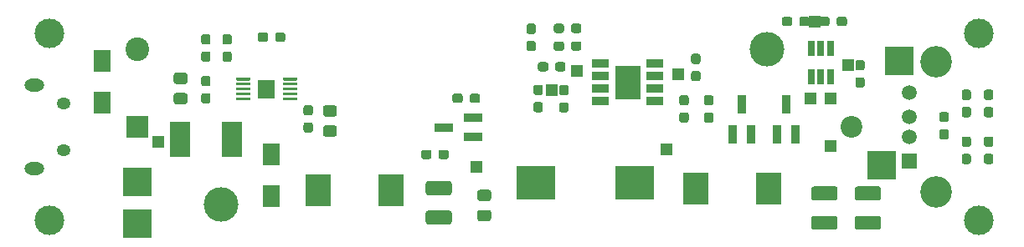
<source format=gbr>
%TF.GenerationSoftware,KiCad,Pcbnew,(5.1.6)-1*%
%TF.CreationDate,2020-08-13T11:00:50+03:00*%
%TF.ProjectId,Rechargeable 5V power bank REV 0.53,52656368-6172-4676-9561-626c65203556,rev?*%
%TF.SameCoordinates,Original*%
%TF.FileFunction,Soldermask,Bot*%
%TF.FilePolarity,Negative*%
%FSLAX46Y46*%
G04 Gerber Fmt 4.6, Leading zero omitted, Abs format (unit mm)*
G04 Created by KiCad (PCBNEW (5.1.6)-1) date 2020-08-13 11:00:50*
%MOMM*%
%LPD*%
G01*
G04 APERTURE LIST*
%ADD10C,2.200000*%
%ADD11R,2.200000X2.200000*%
%ADD12C,3.500000*%
%ADD13C,2.400000*%
%ADD14R,1.730000X1.980000*%
%ADD15C,3.000000*%
%ADD16R,2.620000X3.500000*%
%ADD17R,1.800000X0.850000*%
%ADD18R,0.650000X1.560000*%
%ADD19R,1.250000X1.250000*%
%ADD20R,1.900000X0.900000*%
%ADD21R,0.900000X1.900000*%
%ADD22R,4.000000X3.500000*%
%ADD23R,3.000000X3.000000*%
%ADD24C,3.200000*%
%ADD25C,1.500000*%
%ADD26R,1.500000X1.500000*%
%ADD27O,2.000000X1.300000*%
%ADD28O,1.400000X1.200000*%
%ADD29R,2.000000X3.600000*%
%ADD30R,1.700000X2.300000*%
%ADD31R,2.540000X3.300000*%
G04 APERTURE END LIST*
%TO.C,C13*%
G36*
G01*
X100949999Y-70300000D02*
X101850001Y-70300000D01*
G75*
G02*
X102100000Y-70549999I0J-249999D01*
G01*
X102100000Y-71200001D01*
G75*
G02*
X101850001Y-71450000I-249999J0D01*
G01*
X100949999Y-71450000D01*
G75*
G02*
X100700000Y-71200001I0J249999D01*
G01*
X100700000Y-70549999D01*
G75*
G02*
X100949999Y-70300000I249999J0D01*
G01*
G37*
G36*
G01*
X100949999Y-72350000D02*
X101850001Y-72350000D01*
G75*
G02*
X102100000Y-72599999I0J-249999D01*
G01*
X102100000Y-73250001D01*
G75*
G02*
X101850001Y-73500000I-249999J0D01*
G01*
X100949999Y-73500000D01*
G75*
G02*
X100700000Y-73250001I0J249999D01*
G01*
X100700000Y-72599999D01*
G75*
G02*
X100949999Y-72350000I249999J0D01*
G01*
G37*
%TD*%
%TO.C,C11*%
G36*
G01*
X86750001Y-70200000D02*
X85849999Y-70200000D01*
G75*
G02*
X85600000Y-69950001I0J249999D01*
G01*
X85600000Y-69299999D01*
G75*
G02*
X85849999Y-69050000I249999J0D01*
G01*
X86750001Y-69050000D01*
G75*
G02*
X87000000Y-69299999I0J-249999D01*
G01*
X87000000Y-69950001D01*
G75*
G02*
X86750001Y-70200000I-249999J0D01*
G01*
G37*
G36*
G01*
X86750001Y-68150000D02*
X85849999Y-68150000D01*
G75*
G02*
X85600000Y-67900001I0J249999D01*
G01*
X85600000Y-67249999D01*
G75*
G02*
X85849999Y-67000000I249999J0D01*
G01*
X86750001Y-67000000D01*
G75*
G02*
X87000000Y-67249999I0J-249999D01*
G01*
X87000000Y-67900001D01*
G75*
G02*
X86750001Y-68150000I-249999J0D01*
G01*
G37*
%TD*%
D10*
%TO.C,BAT1*%
X154110000Y-72500000D03*
D11*
X81890000Y-72500000D03*
D12*
X90400000Y-80370000D03*
X145600000Y-64630000D03*
D13*
X81890000Y-64630000D03*
%TD*%
%TO.C,U1*%
G36*
G01*
X91900000Y-69725000D02*
X91900000Y-69575000D01*
G75*
G02*
X91975000Y-69500000I75000J0D01*
G01*
X93300000Y-69500000D01*
G75*
G02*
X93375000Y-69575000I0J-75000D01*
G01*
X93375000Y-69725000D01*
G75*
G02*
X93300000Y-69800000I-75000J0D01*
G01*
X91975000Y-69800000D01*
G75*
G02*
X91900000Y-69725000I0J75000D01*
G01*
G37*
G36*
G01*
X91900000Y-69225000D02*
X91900000Y-69075000D01*
G75*
G02*
X91975000Y-69000000I75000J0D01*
G01*
X93300000Y-69000000D01*
G75*
G02*
X93375000Y-69075000I0J-75000D01*
G01*
X93375000Y-69225000D01*
G75*
G02*
X93300000Y-69300000I-75000J0D01*
G01*
X91975000Y-69300000D01*
G75*
G02*
X91900000Y-69225000I0J75000D01*
G01*
G37*
G36*
G01*
X91900000Y-68725000D02*
X91900000Y-68575000D01*
G75*
G02*
X91975000Y-68500000I75000J0D01*
G01*
X93300000Y-68500000D01*
G75*
G02*
X93375000Y-68575000I0J-75000D01*
G01*
X93375000Y-68725000D01*
G75*
G02*
X93300000Y-68800000I-75000J0D01*
G01*
X91975000Y-68800000D01*
G75*
G02*
X91900000Y-68725000I0J75000D01*
G01*
G37*
G36*
G01*
X91900000Y-68225000D02*
X91900000Y-68075000D01*
G75*
G02*
X91975000Y-68000000I75000J0D01*
G01*
X93300000Y-68000000D01*
G75*
G02*
X93375000Y-68075000I0J-75000D01*
G01*
X93375000Y-68225000D01*
G75*
G02*
X93300000Y-68300000I-75000J0D01*
G01*
X91975000Y-68300000D01*
G75*
G02*
X91900000Y-68225000I0J75000D01*
G01*
G37*
G36*
G01*
X91900000Y-67725000D02*
X91900000Y-67575000D01*
G75*
G02*
X91975000Y-67500000I75000J0D01*
G01*
X93300000Y-67500000D01*
G75*
G02*
X93375000Y-67575000I0J-75000D01*
G01*
X93375000Y-67725000D01*
G75*
G02*
X93300000Y-67800000I-75000J0D01*
G01*
X91975000Y-67800000D01*
G75*
G02*
X91900000Y-67725000I0J75000D01*
G01*
G37*
G36*
G01*
X96625000Y-67725000D02*
X96625000Y-67575000D01*
G75*
G02*
X96700000Y-67500000I75000J0D01*
G01*
X98025000Y-67500000D01*
G75*
G02*
X98100000Y-67575000I0J-75000D01*
G01*
X98100000Y-67725000D01*
G75*
G02*
X98025000Y-67800000I-75000J0D01*
G01*
X96700000Y-67800000D01*
G75*
G02*
X96625000Y-67725000I0J75000D01*
G01*
G37*
G36*
G01*
X96625000Y-68225000D02*
X96625000Y-68075000D01*
G75*
G02*
X96700000Y-68000000I75000J0D01*
G01*
X98025000Y-68000000D01*
G75*
G02*
X98100000Y-68075000I0J-75000D01*
G01*
X98100000Y-68225000D01*
G75*
G02*
X98025000Y-68300000I-75000J0D01*
G01*
X96700000Y-68300000D01*
G75*
G02*
X96625000Y-68225000I0J75000D01*
G01*
G37*
G36*
G01*
X96625000Y-68725000D02*
X96625000Y-68575000D01*
G75*
G02*
X96700000Y-68500000I75000J0D01*
G01*
X98025000Y-68500000D01*
G75*
G02*
X98100000Y-68575000I0J-75000D01*
G01*
X98100000Y-68725000D01*
G75*
G02*
X98025000Y-68800000I-75000J0D01*
G01*
X96700000Y-68800000D01*
G75*
G02*
X96625000Y-68725000I0J75000D01*
G01*
G37*
G36*
G01*
X96625000Y-69225000D02*
X96625000Y-69075000D01*
G75*
G02*
X96700000Y-69000000I75000J0D01*
G01*
X98025000Y-69000000D01*
G75*
G02*
X98100000Y-69075000I0J-75000D01*
G01*
X98100000Y-69225000D01*
G75*
G02*
X98025000Y-69300000I-75000J0D01*
G01*
X96700000Y-69300000D01*
G75*
G02*
X96625000Y-69225000I0J75000D01*
G01*
G37*
G36*
G01*
X96625000Y-69725000D02*
X96625000Y-69575000D01*
G75*
G02*
X96700000Y-69500000I75000J0D01*
G01*
X98025000Y-69500000D01*
G75*
G02*
X98100000Y-69575000I0J-75000D01*
G01*
X98100000Y-69725000D01*
G75*
G02*
X98025000Y-69800000I-75000J0D01*
G01*
X96700000Y-69800000D01*
G75*
G02*
X96625000Y-69725000I0J75000D01*
G01*
G37*
D14*
X95000000Y-68650000D03*
%TD*%
%TO.C,C12*%
G36*
G01*
X154725000Y-81512500D02*
X156875000Y-81512500D01*
G75*
G02*
X157125000Y-81762500I0J-250000D01*
G01*
X157125000Y-82687500D01*
G75*
G02*
X156875000Y-82937500I-250000J0D01*
G01*
X154725000Y-82937500D01*
G75*
G02*
X154475000Y-82687500I0J250000D01*
G01*
X154475000Y-81762500D01*
G75*
G02*
X154725000Y-81512500I250000J0D01*
G01*
G37*
G36*
G01*
X154725000Y-78537500D02*
X156875000Y-78537500D01*
G75*
G02*
X157125000Y-78787500I0J-250000D01*
G01*
X157125000Y-79712500D01*
G75*
G02*
X156875000Y-79962500I-250000J0D01*
G01*
X154725000Y-79962500D01*
G75*
G02*
X154475000Y-79712500I0J250000D01*
G01*
X154475000Y-78787500D01*
G75*
G02*
X154725000Y-78537500I250000J0D01*
G01*
G37*
%TD*%
D15*
%TO.C,MH4*%
X167000000Y-82000000D03*
%TD*%
%TO.C,MH3*%
X167000000Y-63000000D03*
%TD*%
%TO.C,MH2*%
X73000000Y-82000000D03*
%TD*%
%TO.C,MH1*%
X73000000Y-63000000D03*
%TD*%
D16*
%TO.C,U3*%
X131500000Y-68000000D03*
D17*
X134250000Y-69905000D03*
X134250000Y-68635000D03*
X134250000Y-67365000D03*
X134250000Y-66095000D03*
X128750000Y-66095000D03*
X128750000Y-67365000D03*
X128750000Y-68635000D03*
X128750000Y-69905000D03*
%TD*%
D18*
%TO.C,U2*%
X152000000Y-67400000D03*
X151050000Y-67400000D03*
X150100000Y-67400000D03*
X150100000Y-64500000D03*
X152000000Y-64500000D03*
X151050000Y-64500000D03*
%TD*%
D19*
%TO.C,TP11*%
X152000000Y-74400000D03*
%TD*%
%TO.C,TP10*%
X84000000Y-74000000D03*
%TD*%
%TO.C,TP9*%
X153800000Y-66200000D03*
%TD*%
%TO.C,TP8*%
X150000000Y-69600000D03*
%TD*%
%TO.C,TP7*%
X152000000Y-69600000D03*
%TD*%
%TO.C,TP6*%
X150400000Y-61800000D03*
%TD*%
%TO.C,TP5*%
X135400000Y-74800000D03*
%TD*%
%TO.C,TP4*%
X136600000Y-67200000D03*
%TD*%
%TO.C,TP3*%
X116200000Y-76600000D03*
%TD*%
%TO.C,TP2*%
X126400000Y-66800000D03*
%TD*%
%TO.C,TP1*%
X123800000Y-68800000D03*
%TD*%
%TO.C,R19*%
G36*
G01*
X163262500Y-72725000D02*
X163737500Y-72725000D01*
G75*
G02*
X163975000Y-72962500I0J-237500D01*
G01*
X163975000Y-73537500D01*
G75*
G02*
X163737500Y-73775000I-237500J0D01*
G01*
X163262500Y-73775000D01*
G75*
G02*
X163025000Y-73537500I0J237500D01*
G01*
X163025000Y-72962500D01*
G75*
G02*
X163262500Y-72725000I237500J0D01*
G01*
G37*
G36*
G01*
X163262500Y-70975000D02*
X163737500Y-70975000D01*
G75*
G02*
X163975000Y-71212500I0J-237500D01*
G01*
X163975000Y-71787500D01*
G75*
G02*
X163737500Y-72025000I-237500J0D01*
G01*
X163262500Y-72025000D01*
G75*
G02*
X163025000Y-71787500I0J237500D01*
G01*
X163025000Y-71212500D01*
G75*
G02*
X163262500Y-70975000I237500J0D01*
G01*
G37*
%TD*%
%TO.C,R18*%
G36*
G01*
X168237500Y-74525000D02*
X167762500Y-74525000D01*
G75*
G02*
X167525000Y-74287500I0J237500D01*
G01*
X167525000Y-73712500D01*
G75*
G02*
X167762500Y-73475000I237500J0D01*
G01*
X168237500Y-73475000D01*
G75*
G02*
X168475000Y-73712500I0J-237500D01*
G01*
X168475000Y-74287500D01*
G75*
G02*
X168237500Y-74525000I-237500J0D01*
G01*
G37*
G36*
G01*
X168237500Y-76275000D02*
X167762500Y-76275000D01*
G75*
G02*
X167525000Y-76037500I0J237500D01*
G01*
X167525000Y-75462500D01*
G75*
G02*
X167762500Y-75225000I237500J0D01*
G01*
X168237500Y-75225000D01*
G75*
G02*
X168475000Y-75462500I0J-237500D01*
G01*
X168475000Y-76037500D01*
G75*
G02*
X168237500Y-76275000I-237500J0D01*
G01*
G37*
%TD*%
%TO.C,R17*%
G36*
G01*
X167762500Y-70475000D02*
X168237500Y-70475000D01*
G75*
G02*
X168475000Y-70712500I0J-237500D01*
G01*
X168475000Y-71287500D01*
G75*
G02*
X168237500Y-71525000I-237500J0D01*
G01*
X167762500Y-71525000D01*
G75*
G02*
X167525000Y-71287500I0J237500D01*
G01*
X167525000Y-70712500D01*
G75*
G02*
X167762500Y-70475000I237500J0D01*
G01*
G37*
G36*
G01*
X167762500Y-68725000D02*
X168237500Y-68725000D01*
G75*
G02*
X168475000Y-68962500I0J-237500D01*
G01*
X168475000Y-69537500D01*
G75*
G02*
X168237500Y-69775000I-237500J0D01*
G01*
X167762500Y-69775000D01*
G75*
G02*
X167525000Y-69537500I0J237500D01*
G01*
X167525000Y-68962500D01*
G75*
G02*
X167762500Y-68725000I237500J0D01*
G01*
G37*
%TD*%
%TO.C,R16*%
G36*
G01*
X165512500Y-75225000D02*
X165987500Y-75225000D01*
G75*
G02*
X166225000Y-75462500I0J-237500D01*
G01*
X166225000Y-76037500D01*
G75*
G02*
X165987500Y-76275000I-237500J0D01*
G01*
X165512500Y-76275000D01*
G75*
G02*
X165275000Y-76037500I0J237500D01*
G01*
X165275000Y-75462500D01*
G75*
G02*
X165512500Y-75225000I237500J0D01*
G01*
G37*
G36*
G01*
X165512500Y-73475000D02*
X165987500Y-73475000D01*
G75*
G02*
X166225000Y-73712500I0J-237500D01*
G01*
X166225000Y-74287500D01*
G75*
G02*
X165987500Y-74525000I-237500J0D01*
G01*
X165512500Y-74525000D01*
G75*
G02*
X165275000Y-74287500I0J237500D01*
G01*
X165275000Y-73712500D01*
G75*
G02*
X165512500Y-73475000I237500J0D01*
G01*
G37*
%TD*%
%TO.C,R15*%
G36*
G01*
X165987500Y-69775000D02*
X165512500Y-69775000D01*
G75*
G02*
X165275000Y-69537500I0J237500D01*
G01*
X165275000Y-68962500D01*
G75*
G02*
X165512500Y-68725000I237500J0D01*
G01*
X165987500Y-68725000D01*
G75*
G02*
X166225000Y-68962500I0J-237500D01*
G01*
X166225000Y-69537500D01*
G75*
G02*
X165987500Y-69775000I-237500J0D01*
G01*
G37*
G36*
G01*
X165987500Y-71525000D02*
X165512500Y-71525000D01*
G75*
G02*
X165275000Y-71287500I0J237500D01*
G01*
X165275000Y-70712500D01*
G75*
G02*
X165512500Y-70475000I237500J0D01*
G01*
X165987500Y-70475000D01*
G75*
G02*
X166225000Y-70712500I0J-237500D01*
G01*
X166225000Y-71287500D01*
G75*
G02*
X165987500Y-71525000I-237500J0D01*
G01*
G37*
%TD*%
%TO.C,R14*%
G36*
G01*
X138162500Y-66825000D02*
X138637500Y-66825000D01*
G75*
G02*
X138875000Y-67062500I0J-237500D01*
G01*
X138875000Y-67637500D01*
G75*
G02*
X138637500Y-67875000I-237500J0D01*
G01*
X138162500Y-67875000D01*
G75*
G02*
X137925000Y-67637500I0J237500D01*
G01*
X137925000Y-67062500D01*
G75*
G02*
X138162500Y-66825000I237500J0D01*
G01*
G37*
G36*
G01*
X138162500Y-65075000D02*
X138637500Y-65075000D01*
G75*
G02*
X138875000Y-65312500I0J-237500D01*
G01*
X138875000Y-65887500D01*
G75*
G02*
X138637500Y-66125000I-237500J0D01*
G01*
X138162500Y-66125000D01*
G75*
G02*
X137925000Y-65887500I0J237500D01*
G01*
X137925000Y-65312500D01*
G75*
G02*
X138162500Y-65075000I237500J0D01*
G01*
G37*
%TD*%
%TO.C,R13*%
G36*
G01*
X125075000Y-62262500D02*
X125075000Y-62737500D01*
G75*
G02*
X124837500Y-62975000I-237500J0D01*
G01*
X124262500Y-62975000D01*
G75*
G02*
X124025000Y-62737500I0J237500D01*
G01*
X124025000Y-62262500D01*
G75*
G02*
X124262500Y-62025000I237500J0D01*
G01*
X124837500Y-62025000D01*
G75*
G02*
X125075000Y-62262500I0J-237500D01*
G01*
G37*
G36*
G01*
X126825000Y-62262500D02*
X126825000Y-62737500D01*
G75*
G02*
X126587500Y-62975000I-237500J0D01*
G01*
X126012500Y-62975000D01*
G75*
G02*
X125775000Y-62737500I0J237500D01*
G01*
X125775000Y-62262500D01*
G75*
G02*
X126012500Y-62025000I237500J0D01*
G01*
X126587500Y-62025000D01*
G75*
G02*
X126825000Y-62262500I0J-237500D01*
G01*
G37*
%TD*%
%TO.C,R12*%
G36*
G01*
X139937500Y-70325000D02*
X139462500Y-70325000D01*
G75*
G02*
X139225000Y-70087500I0J237500D01*
G01*
X139225000Y-69512500D01*
G75*
G02*
X139462500Y-69275000I237500J0D01*
G01*
X139937500Y-69275000D01*
G75*
G02*
X140175000Y-69512500I0J-237500D01*
G01*
X140175000Y-70087500D01*
G75*
G02*
X139937500Y-70325000I-237500J0D01*
G01*
G37*
G36*
G01*
X139937500Y-72075000D02*
X139462500Y-72075000D01*
G75*
G02*
X139225000Y-71837500I0J237500D01*
G01*
X139225000Y-71262500D01*
G75*
G02*
X139462500Y-71025000I237500J0D01*
G01*
X139937500Y-71025000D01*
G75*
G02*
X140175000Y-71262500I0J-237500D01*
G01*
X140175000Y-71837500D01*
G75*
G02*
X139937500Y-72075000I-237500J0D01*
G01*
G37*
%TD*%
%TO.C,R11*%
G36*
G01*
X124175000Y-66637500D02*
X124175000Y-66162500D01*
G75*
G02*
X124412500Y-65925000I237500J0D01*
G01*
X124987500Y-65925000D01*
G75*
G02*
X125225000Y-66162500I0J-237500D01*
G01*
X125225000Y-66637500D01*
G75*
G02*
X124987500Y-66875000I-237500J0D01*
G01*
X124412500Y-66875000D01*
G75*
G02*
X124175000Y-66637500I0J237500D01*
G01*
G37*
G36*
G01*
X122425000Y-66637500D02*
X122425000Y-66162500D01*
G75*
G02*
X122662500Y-65925000I237500J0D01*
G01*
X123237500Y-65925000D01*
G75*
G02*
X123475000Y-66162500I0J-237500D01*
G01*
X123475000Y-66637500D01*
G75*
G02*
X123237500Y-66875000I-237500J0D01*
G01*
X122662500Y-66875000D01*
G75*
G02*
X122425000Y-66637500I0J237500D01*
G01*
G37*
%TD*%
%TO.C,R10*%
G36*
G01*
X115525000Y-69837500D02*
X115525000Y-69362500D01*
G75*
G02*
X115762500Y-69125000I237500J0D01*
G01*
X116337500Y-69125000D01*
G75*
G02*
X116575000Y-69362500I0J-237500D01*
G01*
X116575000Y-69837500D01*
G75*
G02*
X116337500Y-70075000I-237500J0D01*
G01*
X115762500Y-70075000D01*
G75*
G02*
X115525000Y-69837500I0J237500D01*
G01*
G37*
G36*
G01*
X113775000Y-69837500D02*
X113775000Y-69362500D01*
G75*
G02*
X114012500Y-69125000I237500J0D01*
G01*
X114587500Y-69125000D01*
G75*
G02*
X114825000Y-69362500I0J-237500D01*
G01*
X114825000Y-69837500D01*
G75*
G02*
X114587500Y-70075000I-237500J0D01*
G01*
X114012500Y-70075000D01*
G75*
G02*
X113775000Y-69837500I0J237500D01*
G01*
G37*
%TD*%
%TO.C,R9*%
G36*
G01*
X111675000Y-75062500D02*
X111675000Y-75537500D01*
G75*
G02*
X111437500Y-75775000I-237500J0D01*
G01*
X110862500Y-75775000D01*
G75*
G02*
X110625000Y-75537500I0J237500D01*
G01*
X110625000Y-75062500D01*
G75*
G02*
X110862500Y-74825000I237500J0D01*
G01*
X111437500Y-74825000D01*
G75*
G02*
X111675000Y-75062500I0J-237500D01*
G01*
G37*
G36*
G01*
X113425000Y-75062500D02*
X113425000Y-75537500D01*
G75*
G02*
X113187500Y-75775000I-237500J0D01*
G01*
X112612500Y-75775000D01*
G75*
G02*
X112375000Y-75537500I0J237500D01*
G01*
X112375000Y-75062500D01*
G75*
G02*
X112612500Y-74825000I237500J0D01*
G01*
X113187500Y-74825000D01*
G75*
G02*
X113425000Y-75062500I0J-237500D01*
G01*
G37*
%TD*%
%TO.C,R8*%
G36*
G01*
X122687500Y-69275000D02*
X122212500Y-69275000D01*
G75*
G02*
X121975000Y-69037500I0J237500D01*
G01*
X121975000Y-68462500D01*
G75*
G02*
X122212500Y-68225000I237500J0D01*
G01*
X122687500Y-68225000D01*
G75*
G02*
X122925000Y-68462500I0J-237500D01*
G01*
X122925000Y-69037500D01*
G75*
G02*
X122687500Y-69275000I-237500J0D01*
G01*
G37*
G36*
G01*
X122687500Y-71025000D02*
X122212500Y-71025000D01*
G75*
G02*
X121975000Y-70787500I0J237500D01*
G01*
X121975000Y-70212500D01*
G75*
G02*
X122212500Y-69975000I237500J0D01*
G01*
X122687500Y-69975000D01*
G75*
G02*
X122925000Y-70212500I0J-237500D01*
G01*
X122925000Y-70787500D01*
G75*
G02*
X122687500Y-71025000I-237500J0D01*
G01*
G37*
%TD*%
%TO.C,R7*%
G36*
G01*
X154762500Y-67475000D02*
X155237500Y-67475000D01*
G75*
G02*
X155475000Y-67712500I0J-237500D01*
G01*
X155475000Y-68287500D01*
G75*
G02*
X155237500Y-68525000I-237500J0D01*
G01*
X154762500Y-68525000D01*
G75*
G02*
X154525000Y-68287500I0J237500D01*
G01*
X154525000Y-67712500D01*
G75*
G02*
X154762500Y-67475000I237500J0D01*
G01*
G37*
G36*
G01*
X154762500Y-65725000D02*
X155237500Y-65725000D01*
G75*
G02*
X155475000Y-65962500I0J-237500D01*
G01*
X155475000Y-66537500D01*
G75*
G02*
X155237500Y-66775000I-237500J0D01*
G01*
X154762500Y-66775000D01*
G75*
G02*
X154525000Y-66537500I0J237500D01*
G01*
X154525000Y-65962500D01*
G75*
G02*
X154762500Y-65725000I237500J0D01*
G01*
G37*
%TD*%
%TO.C,R6*%
G36*
G01*
X148150000Y-61562500D02*
X148150000Y-62037500D01*
G75*
G02*
X147912500Y-62275000I-237500J0D01*
G01*
X147337500Y-62275000D01*
G75*
G02*
X147100000Y-62037500I0J237500D01*
G01*
X147100000Y-61562500D01*
G75*
G02*
X147337500Y-61325000I237500J0D01*
G01*
X147912500Y-61325000D01*
G75*
G02*
X148150000Y-61562500I0J-237500D01*
G01*
G37*
G36*
G01*
X149900000Y-61562500D02*
X149900000Y-62037500D01*
G75*
G02*
X149662500Y-62275000I-237500J0D01*
G01*
X149087500Y-62275000D01*
G75*
G02*
X148850000Y-62037500I0J237500D01*
G01*
X148850000Y-61562500D01*
G75*
G02*
X149087500Y-61325000I237500J0D01*
G01*
X149662500Y-61325000D01*
G75*
G02*
X149900000Y-61562500I0J-237500D01*
G01*
G37*
%TD*%
%TO.C,R5*%
G36*
G01*
X89087500Y-64150000D02*
X88612500Y-64150000D01*
G75*
G02*
X88375000Y-63912500I0J237500D01*
G01*
X88375000Y-63337500D01*
G75*
G02*
X88612500Y-63100000I237500J0D01*
G01*
X89087500Y-63100000D01*
G75*
G02*
X89325000Y-63337500I0J-237500D01*
G01*
X89325000Y-63912500D01*
G75*
G02*
X89087500Y-64150000I-237500J0D01*
G01*
G37*
G36*
G01*
X89087500Y-65900000D02*
X88612500Y-65900000D01*
G75*
G02*
X88375000Y-65662500I0J237500D01*
G01*
X88375000Y-65087500D01*
G75*
G02*
X88612500Y-64850000I237500J0D01*
G01*
X89087500Y-64850000D01*
G75*
G02*
X89325000Y-65087500I0J-237500D01*
G01*
X89325000Y-65662500D01*
G75*
G02*
X89087500Y-65900000I-237500J0D01*
G01*
G37*
%TD*%
%TO.C,R4*%
G36*
G01*
X95850000Y-63637500D02*
X95850000Y-63162500D01*
G75*
G02*
X96087500Y-62925000I237500J0D01*
G01*
X96662500Y-62925000D01*
G75*
G02*
X96900000Y-63162500I0J-237500D01*
G01*
X96900000Y-63637500D01*
G75*
G02*
X96662500Y-63875000I-237500J0D01*
G01*
X96087500Y-63875000D01*
G75*
G02*
X95850000Y-63637500I0J237500D01*
G01*
G37*
G36*
G01*
X94100000Y-63637500D02*
X94100000Y-63162500D01*
G75*
G02*
X94337500Y-62925000I237500J0D01*
G01*
X94912500Y-62925000D01*
G75*
G02*
X95150000Y-63162500I0J-237500D01*
G01*
X95150000Y-63637500D01*
G75*
G02*
X94912500Y-63875000I-237500J0D01*
G01*
X94337500Y-63875000D01*
G75*
G02*
X94100000Y-63637500I0J237500D01*
G01*
G37*
%TD*%
%TO.C,R3*%
G36*
G01*
X91237500Y-64150000D02*
X90762500Y-64150000D01*
G75*
G02*
X90525000Y-63912500I0J237500D01*
G01*
X90525000Y-63337500D01*
G75*
G02*
X90762500Y-63100000I237500J0D01*
G01*
X91237500Y-63100000D01*
G75*
G02*
X91475000Y-63337500I0J-237500D01*
G01*
X91475000Y-63912500D01*
G75*
G02*
X91237500Y-64150000I-237500J0D01*
G01*
G37*
G36*
G01*
X91237500Y-65900000D02*
X90762500Y-65900000D01*
G75*
G02*
X90525000Y-65662500I0J237500D01*
G01*
X90525000Y-65087500D01*
G75*
G02*
X90762500Y-64850000I237500J0D01*
G01*
X91237500Y-64850000D01*
G75*
G02*
X91475000Y-65087500I0J-237500D01*
G01*
X91475000Y-65662500D01*
G75*
G02*
X91237500Y-65900000I-237500J0D01*
G01*
G37*
%TD*%
D20*
%TO.C,Q3*%
X115900000Y-71600000D03*
X115900000Y-73500000D03*
X112900000Y-72550000D03*
%TD*%
D21*
%TO.C,Q2*%
X144000000Y-73250000D03*
X142100000Y-73250000D03*
X143050000Y-70250000D03*
%TD*%
%TO.C,Q1*%
X148500000Y-73250000D03*
X146600000Y-73250000D03*
X147550000Y-70250000D03*
%TD*%
D22*
%TO.C,L1*%
X132200000Y-78200000D03*
X122200000Y-78200000D03*
%TD*%
D23*
%TO.C,J6*%
X159000000Y-65800000D03*
%TD*%
%TO.C,J5*%
X81900000Y-82300000D03*
%TD*%
%TO.C,J4*%
X157200000Y-76400000D03*
%TD*%
%TO.C,J3*%
X81900000Y-78100000D03*
%TD*%
D24*
%TO.C,J2*%
X162710000Y-65930000D03*
X162710000Y-79070000D03*
D25*
X160000000Y-69000000D03*
X160000000Y-71500000D03*
X160000000Y-73500000D03*
D26*
X160000000Y-76000000D03*
%TD*%
D27*
%TO.C,J1*%
X71500000Y-68300000D03*
X71500000Y-76700000D03*
D28*
X74500000Y-74850000D03*
X74500000Y-70150000D03*
%TD*%
D29*
%TO.C,F1*%
X86250000Y-73800000D03*
X91500000Y-73800000D03*
%TD*%
D30*
%TO.C,D4*%
X78400000Y-65800000D03*
X78400000Y-70000000D03*
%TD*%
D31*
%TO.C,D3*%
X138400000Y-78800000D03*
X145800000Y-78800000D03*
%TD*%
%TO.C,D2*%
X100200000Y-78900000D03*
X107600000Y-78900000D03*
%TD*%
D30*
%TO.C,D1*%
X95500000Y-79500000D03*
X95500000Y-75300000D03*
%TD*%
%TO.C,C10*%
G36*
G01*
X121512500Y-63775000D02*
X121987500Y-63775000D01*
G75*
G02*
X122225000Y-64012500I0J-237500D01*
G01*
X122225000Y-64587500D01*
G75*
G02*
X121987500Y-64825000I-237500J0D01*
G01*
X121512500Y-64825000D01*
G75*
G02*
X121275000Y-64587500I0J237500D01*
G01*
X121275000Y-64012500D01*
G75*
G02*
X121512500Y-63775000I237500J0D01*
G01*
G37*
G36*
G01*
X121512500Y-62025000D02*
X121987500Y-62025000D01*
G75*
G02*
X122225000Y-62262500I0J-237500D01*
G01*
X122225000Y-62837500D01*
G75*
G02*
X121987500Y-63075000I-237500J0D01*
G01*
X121512500Y-63075000D01*
G75*
G02*
X121275000Y-62837500I0J237500D01*
G01*
X121275000Y-62262500D01*
G75*
G02*
X121512500Y-62025000I237500J0D01*
G01*
G37*
%TD*%
%TO.C,C9*%
G36*
G01*
X136962500Y-71025000D02*
X137437500Y-71025000D01*
G75*
G02*
X137675000Y-71262500I0J-237500D01*
G01*
X137675000Y-71837500D01*
G75*
G02*
X137437500Y-72075000I-237500J0D01*
G01*
X136962500Y-72075000D01*
G75*
G02*
X136725000Y-71837500I0J237500D01*
G01*
X136725000Y-71262500D01*
G75*
G02*
X136962500Y-71025000I237500J0D01*
G01*
G37*
G36*
G01*
X136962500Y-69275000D02*
X137437500Y-69275000D01*
G75*
G02*
X137675000Y-69512500I0J-237500D01*
G01*
X137675000Y-70087500D01*
G75*
G02*
X137437500Y-70325000I-237500J0D01*
G01*
X136962500Y-70325000D01*
G75*
G02*
X136725000Y-70087500I0J237500D01*
G01*
X136725000Y-69512500D01*
G75*
G02*
X136962500Y-69275000I237500J0D01*
G01*
G37*
%TD*%
%TO.C,C8*%
G36*
G01*
X125075000Y-64062500D02*
X125075000Y-64537500D01*
G75*
G02*
X124837500Y-64775000I-237500J0D01*
G01*
X124262500Y-64775000D01*
G75*
G02*
X124025000Y-64537500I0J237500D01*
G01*
X124025000Y-64062500D01*
G75*
G02*
X124262500Y-63825000I237500J0D01*
G01*
X124837500Y-63825000D01*
G75*
G02*
X125075000Y-64062500I0J-237500D01*
G01*
G37*
G36*
G01*
X126825000Y-64062500D02*
X126825000Y-64537500D01*
G75*
G02*
X126587500Y-64775000I-237500J0D01*
G01*
X126012500Y-64775000D01*
G75*
G02*
X125775000Y-64537500I0J237500D01*
G01*
X125775000Y-64062500D01*
G75*
G02*
X126012500Y-63825000I237500J0D01*
G01*
X126587500Y-63825000D01*
G75*
G02*
X126825000Y-64062500I0J-237500D01*
G01*
G37*
%TD*%
%TO.C,C7*%
G36*
G01*
X150325000Y-81512500D02*
X152475000Y-81512500D01*
G75*
G02*
X152725000Y-81762500I0J-250000D01*
G01*
X152725000Y-82687500D01*
G75*
G02*
X152475000Y-82937500I-250000J0D01*
G01*
X150325000Y-82937500D01*
G75*
G02*
X150075000Y-82687500I0J250000D01*
G01*
X150075000Y-81762500D01*
G75*
G02*
X150325000Y-81512500I250000J0D01*
G01*
G37*
G36*
G01*
X150325000Y-78537500D02*
X152475000Y-78537500D01*
G75*
G02*
X152725000Y-78787500I0J-250000D01*
G01*
X152725000Y-79712500D01*
G75*
G02*
X152475000Y-79962500I-250000J0D01*
G01*
X150325000Y-79962500D01*
G75*
G02*
X150075000Y-79712500I0J250000D01*
G01*
X150075000Y-78787500D01*
G75*
G02*
X150325000Y-78537500I250000J0D01*
G01*
G37*
%TD*%
%TO.C,C6*%
G36*
G01*
X125287500Y-69300000D02*
X124812500Y-69300000D01*
G75*
G02*
X124575000Y-69062500I0J237500D01*
G01*
X124575000Y-68487500D01*
G75*
G02*
X124812500Y-68250000I237500J0D01*
G01*
X125287500Y-68250000D01*
G75*
G02*
X125525000Y-68487500I0J-237500D01*
G01*
X125525000Y-69062500D01*
G75*
G02*
X125287500Y-69300000I-237500J0D01*
G01*
G37*
G36*
G01*
X125287500Y-71050000D02*
X124812500Y-71050000D01*
G75*
G02*
X124575000Y-70812500I0J237500D01*
G01*
X124575000Y-70237500D01*
G75*
G02*
X124812500Y-70000000I237500J0D01*
G01*
X125287500Y-70000000D01*
G75*
G02*
X125525000Y-70237500I0J-237500D01*
G01*
X125525000Y-70812500D01*
G75*
G02*
X125287500Y-71050000I-237500J0D01*
G01*
G37*
%TD*%
%TO.C,C5*%
G36*
G01*
X116549999Y-78875000D02*
X117450001Y-78875000D01*
G75*
G02*
X117700000Y-79124999I0J-249999D01*
G01*
X117700000Y-79775001D01*
G75*
G02*
X117450001Y-80025000I-249999J0D01*
G01*
X116549999Y-80025000D01*
G75*
G02*
X116300000Y-79775001I0J249999D01*
G01*
X116300000Y-79124999D01*
G75*
G02*
X116549999Y-78875000I249999J0D01*
G01*
G37*
G36*
G01*
X116549999Y-80925000D02*
X117450001Y-80925000D01*
G75*
G02*
X117700000Y-81174999I0J-249999D01*
G01*
X117700000Y-81825001D01*
G75*
G02*
X117450001Y-82075000I-249999J0D01*
G01*
X116549999Y-82075000D01*
G75*
G02*
X116300000Y-81825001I0J249999D01*
G01*
X116300000Y-81174999D01*
G75*
G02*
X116549999Y-80925000I249999J0D01*
G01*
G37*
%TD*%
%TO.C,C4*%
G36*
G01*
X111325000Y-80975000D02*
X113475000Y-80975000D01*
G75*
G02*
X113725000Y-81225000I0J-250000D01*
G01*
X113725000Y-82150000D01*
G75*
G02*
X113475000Y-82400000I-250000J0D01*
G01*
X111325000Y-82400000D01*
G75*
G02*
X111075000Y-82150000I0J250000D01*
G01*
X111075000Y-81225000D01*
G75*
G02*
X111325000Y-80975000I250000J0D01*
G01*
G37*
G36*
G01*
X111325000Y-78000000D02*
X113475000Y-78000000D01*
G75*
G02*
X113725000Y-78250000I0J-250000D01*
G01*
X113725000Y-79175000D01*
G75*
G02*
X113475000Y-79425000I-250000J0D01*
G01*
X111325000Y-79425000D01*
G75*
G02*
X111075000Y-79175000I0J250000D01*
G01*
X111075000Y-78250000D01*
G75*
G02*
X111325000Y-78000000I250000J0D01*
G01*
G37*
%TD*%
%TO.C,C3*%
G36*
G01*
X152625000Y-62037500D02*
X152625000Y-61562500D01*
G75*
G02*
X152862500Y-61325000I237500J0D01*
G01*
X153437500Y-61325000D01*
G75*
G02*
X153675000Y-61562500I0J-237500D01*
G01*
X153675000Y-62037500D01*
G75*
G02*
X153437500Y-62275000I-237500J0D01*
G01*
X152862500Y-62275000D01*
G75*
G02*
X152625000Y-62037500I0J237500D01*
G01*
G37*
G36*
G01*
X150875000Y-62037500D02*
X150875000Y-61562500D01*
G75*
G02*
X151112500Y-61325000I237500J0D01*
G01*
X151687500Y-61325000D01*
G75*
G02*
X151925000Y-61562500I0J-237500D01*
G01*
X151925000Y-62037500D01*
G75*
G02*
X151687500Y-62275000I-237500J0D01*
G01*
X151112500Y-62275000D01*
G75*
G02*
X150875000Y-62037500I0J237500D01*
G01*
G37*
%TD*%
%TO.C,C2*%
G36*
G01*
X99437500Y-71350000D02*
X98962500Y-71350000D01*
G75*
G02*
X98725000Y-71112500I0J237500D01*
G01*
X98725000Y-70537500D01*
G75*
G02*
X98962500Y-70300000I237500J0D01*
G01*
X99437500Y-70300000D01*
G75*
G02*
X99675000Y-70537500I0J-237500D01*
G01*
X99675000Y-71112500D01*
G75*
G02*
X99437500Y-71350000I-237500J0D01*
G01*
G37*
G36*
G01*
X99437500Y-73100000D02*
X98962500Y-73100000D01*
G75*
G02*
X98725000Y-72862500I0J237500D01*
G01*
X98725000Y-72287500D01*
G75*
G02*
X98962500Y-72050000I237500J0D01*
G01*
X99437500Y-72050000D01*
G75*
G02*
X99675000Y-72287500I0J-237500D01*
G01*
X99675000Y-72862500D01*
G75*
G02*
X99437500Y-73100000I-237500J0D01*
G01*
G37*
%TD*%
%TO.C,C1*%
G36*
G01*
X89087500Y-68375000D02*
X88612500Y-68375000D01*
G75*
G02*
X88375000Y-68137500I0J237500D01*
G01*
X88375000Y-67562500D01*
G75*
G02*
X88612500Y-67325000I237500J0D01*
G01*
X89087500Y-67325000D01*
G75*
G02*
X89325000Y-67562500I0J-237500D01*
G01*
X89325000Y-68137500D01*
G75*
G02*
X89087500Y-68375000I-237500J0D01*
G01*
G37*
G36*
G01*
X89087500Y-70125000D02*
X88612500Y-70125000D01*
G75*
G02*
X88375000Y-69887500I0J237500D01*
G01*
X88375000Y-69312500D01*
G75*
G02*
X88612500Y-69075000I237500J0D01*
G01*
X89087500Y-69075000D01*
G75*
G02*
X89325000Y-69312500I0J-237500D01*
G01*
X89325000Y-69887500D01*
G75*
G02*
X89087500Y-70125000I-237500J0D01*
G01*
G37*
%TD*%
M02*

</source>
